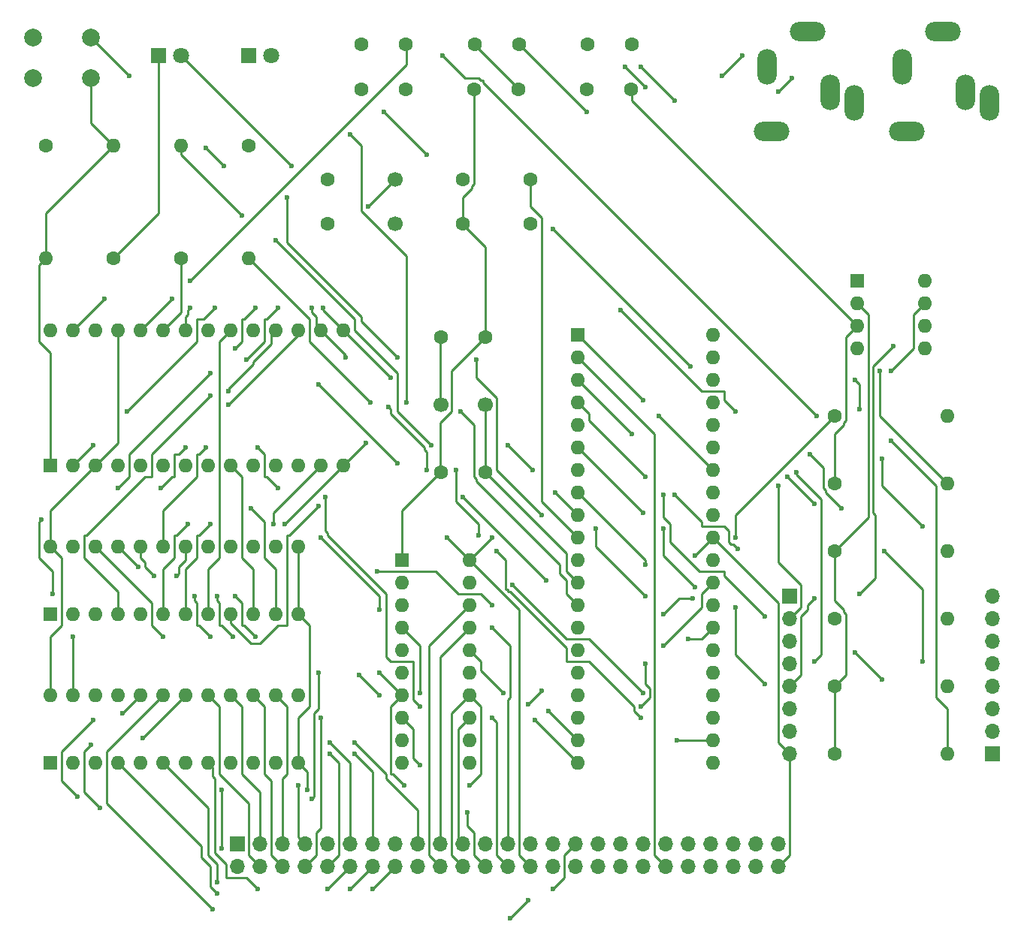
<source format=gtl>
G04 #@! TF.FileFunction,Copper,L1,Top,Signal*
%FSLAX46Y46*%
G04 Gerber Fmt 4.6, Leading zero omitted, Abs format (unit mm)*
G04 Created by KiCad (PCBNEW 4.0.7) date 05/26/18 22:05:49*
%MOMM*%
%LPD*%
G01*
G04 APERTURE LIST*
%ADD10C,0.100000*%
%ADD11C,1.600000*%
%ADD12R,1.700000X1.700000*%
%ADD13O,1.700000X1.700000*%
%ADD14R,1.800000X1.800000*%
%ADD15C,1.800000*%
%ADD16C,1.700000*%
%ADD17O,1.600000X1.600000*%
%ADD18C,2.000000*%
%ADD19R,1.600000X1.600000*%
%ADD20O,2.200000X4.000000*%
%ADD21O,4.000000X2.200000*%
%ADD22C,0.600000*%
%ADD23C,0.250000*%
G04 APERTURE END LIST*
D10*
D11*
X105410000Y-77470000D03*
X100410000Y-77470000D03*
X105410000Y-92710000D03*
X100410000Y-92710000D03*
X110490000Y-59690000D03*
X110490000Y-64690000D03*
X104140000Y-49530000D03*
X109140000Y-49530000D03*
X109220000Y-44450000D03*
X104220000Y-44450000D03*
X91440000Y-49530000D03*
X96440000Y-49530000D03*
X121920000Y-44450000D03*
X116920000Y-44450000D03*
X116840000Y-49530000D03*
X121840000Y-49530000D03*
X91440000Y-44450000D03*
X96440000Y-44450000D03*
X87630000Y-59690000D03*
X87630000Y-64690000D03*
X102870000Y-59690000D03*
X102870000Y-64690000D03*
D12*
X77470000Y-134620000D03*
D13*
X77470000Y-137160000D03*
X80010000Y-134620000D03*
X80010000Y-137160000D03*
X82550000Y-134620000D03*
X82550000Y-137160000D03*
X85090000Y-134620000D03*
X85090000Y-137160000D03*
X87630000Y-134620000D03*
X87630000Y-137160000D03*
X90170000Y-134620000D03*
X90170000Y-137160000D03*
X92710000Y-134620000D03*
X92710000Y-137160000D03*
X95250000Y-134620000D03*
X95250000Y-137160000D03*
X97790000Y-134620000D03*
X97790000Y-137160000D03*
X100330000Y-134620000D03*
X100330000Y-137160000D03*
X102870000Y-134620000D03*
X102870000Y-137160000D03*
X105410000Y-134620000D03*
X105410000Y-137160000D03*
X107950000Y-134620000D03*
X107950000Y-137160000D03*
X110490000Y-134620000D03*
X110490000Y-137160000D03*
X113030000Y-134620000D03*
X113030000Y-137160000D03*
X115570000Y-134620000D03*
X115570000Y-137160000D03*
X118110000Y-134620000D03*
X118110000Y-137160000D03*
X120650000Y-134620000D03*
X120650000Y-137160000D03*
X123190000Y-134620000D03*
X123190000Y-137160000D03*
X125730000Y-134620000D03*
X125730000Y-137160000D03*
X128270000Y-134620000D03*
X128270000Y-137160000D03*
X130810000Y-134620000D03*
X130810000Y-137160000D03*
X133350000Y-134620000D03*
X133350000Y-137160000D03*
X135890000Y-134620000D03*
X135890000Y-137160000D03*
X138430000Y-134620000D03*
X138430000Y-137160000D03*
D14*
X68580000Y-45720000D03*
D15*
X71120000Y-45720000D03*
D14*
X78740000Y-45720000D03*
D15*
X81280000Y-45720000D03*
D12*
X139700000Y-106680000D03*
D13*
X139700000Y-109220000D03*
X139700000Y-111760000D03*
X139700000Y-114300000D03*
X139700000Y-116840000D03*
X139700000Y-119380000D03*
X139700000Y-121920000D03*
X139700000Y-124460000D03*
D12*
X162560000Y-124460000D03*
D13*
X162560000Y-121920000D03*
X162560000Y-119380000D03*
X162560000Y-116840000D03*
X162560000Y-114300000D03*
X162560000Y-111760000D03*
X162560000Y-109220000D03*
X162560000Y-106680000D03*
D16*
X105410000Y-85090000D03*
X100410000Y-85090000D03*
X95250000Y-59690000D03*
X95250000Y-64690000D03*
D11*
X71120000Y-68580000D03*
D17*
X71120000Y-55880000D03*
D11*
X63500000Y-68580000D03*
D17*
X63500000Y-55880000D03*
D11*
X55880000Y-55880000D03*
D17*
X55880000Y-68580000D03*
D11*
X78740000Y-55880000D03*
D17*
X78740000Y-68580000D03*
D11*
X144780000Y-116840000D03*
D17*
X157480000Y-116840000D03*
D11*
X144780000Y-124460000D03*
D17*
X157480000Y-124460000D03*
D11*
X144780000Y-93980000D03*
D17*
X157480000Y-93980000D03*
D11*
X144780000Y-86360000D03*
D17*
X157480000Y-86360000D03*
D11*
X144780000Y-109220000D03*
D17*
X157480000Y-109220000D03*
D11*
X144780000Y-101600000D03*
D17*
X157480000Y-101600000D03*
D18*
X60960000Y-43760000D03*
X60960000Y-48260000D03*
X54460000Y-43760000D03*
X54460000Y-48260000D03*
D19*
X56388000Y-125476000D03*
D17*
X84328000Y-117856000D03*
X58928000Y-125476000D03*
X81788000Y-117856000D03*
X61468000Y-125476000D03*
X79248000Y-117856000D03*
X64008000Y-125476000D03*
X76708000Y-117856000D03*
X66548000Y-125476000D03*
X74168000Y-117856000D03*
X69088000Y-125476000D03*
X71628000Y-117856000D03*
X71628000Y-125476000D03*
X69088000Y-117856000D03*
X74168000Y-125476000D03*
X66548000Y-117856000D03*
X76708000Y-125476000D03*
X64008000Y-117856000D03*
X79248000Y-125476000D03*
X61468000Y-117856000D03*
X81788000Y-125476000D03*
X58928000Y-117856000D03*
X84328000Y-125476000D03*
X56388000Y-117856000D03*
D19*
X96012000Y-102616000D03*
D17*
X103632000Y-125476000D03*
X96012000Y-105156000D03*
X103632000Y-122936000D03*
X96012000Y-107696000D03*
X103632000Y-120396000D03*
X96012000Y-110236000D03*
X103632000Y-117856000D03*
X96012000Y-112776000D03*
X103632000Y-115316000D03*
X96012000Y-115316000D03*
X103632000Y-112776000D03*
X96012000Y-117856000D03*
X103632000Y-110236000D03*
X96012000Y-120396000D03*
X103632000Y-107696000D03*
X96012000Y-122936000D03*
X103632000Y-105156000D03*
X96012000Y-125476000D03*
X103632000Y-102616000D03*
D19*
X56388000Y-108712000D03*
D17*
X84328000Y-101092000D03*
X58928000Y-108712000D03*
X81788000Y-101092000D03*
X61468000Y-108712000D03*
X79248000Y-101092000D03*
X64008000Y-108712000D03*
X76708000Y-101092000D03*
X66548000Y-108712000D03*
X74168000Y-101092000D03*
X69088000Y-108712000D03*
X71628000Y-101092000D03*
X71628000Y-108712000D03*
X69088000Y-101092000D03*
X74168000Y-108712000D03*
X66548000Y-101092000D03*
X76708000Y-108712000D03*
X64008000Y-101092000D03*
X79248000Y-108712000D03*
X61468000Y-101092000D03*
X81788000Y-108712000D03*
X58928000Y-101092000D03*
X84328000Y-108712000D03*
X56388000Y-101092000D03*
D19*
X115824000Y-77216000D03*
D17*
X131064000Y-125476000D03*
X115824000Y-79756000D03*
X131064000Y-122936000D03*
X115824000Y-82296000D03*
X131064000Y-120396000D03*
X115824000Y-84836000D03*
X131064000Y-117856000D03*
X115824000Y-87376000D03*
X131064000Y-115316000D03*
X115824000Y-89916000D03*
X131064000Y-112776000D03*
X115824000Y-92456000D03*
X131064000Y-110236000D03*
X115824000Y-94996000D03*
X131064000Y-107696000D03*
X115824000Y-97536000D03*
X131064000Y-105156000D03*
X115824000Y-100076000D03*
X131064000Y-102616000D03*
X115824000Y-102616000D03*
X131064000Y-100076000D03*
X115824000Y-105156000D03*
X131064000Y-97536000D03*
X115824000Y-107696000D03*
X131064000Y-94996000D03*
X115824000Y-110236000D03*
X131064000Y-92456000D03*
X115824000Y-112776000D03*
X131064000Y-89916000D03*
X115824000Y-115316000D03*
X131064000Y-87376000D03*
X115824000Y-117856000D03*
X131064000Y-84836000D03*
X115824000Y-120396000D03*
X131064000Y-82296000D03*
X115824000Y-122936000D03*
X131064000Y-79756000D03*
X115824000Y-125476000D03*
X131064000Y-77216000D03*
D19*
X147320000Y-71120000D03*
D17*
X154940000Y-78740000D03*
X147320000Y-73660000D03*
X154940000Y-76200000D03*
X147320000Y-76200000D03*
X154940000Y-73660000D03*
X147320000Y-78740000D03*
X154940000Y-71120000D03*
D19*
X56388000Y-91948000D03*
D17*
X89408000Y-76708000D03*
X58928000Y-91948000D03*
X86868000Y-76708000D03*
X61468000Y-91948000D03*
X84328000Y-76708000D03*
X64008000Y-91948000D03*
X81788000Y-76708000D03*
X66548000Y-91948000D03*
X79248000Y-76708000D03*
X69088000Y-91948000D03*
X76708000Y-76708000D03*
X71628000Y-91948000D03*
X74168000Y-76708000D03*
X74168000Y-91948000D03*
X71628000Y-76708000D03*
X76708000Y-91948000D03*
X69088000Y-76708000D03*
X79248000Y-91948000D03*
X66548000Y-76708000D03*
X81788000Y-91948000D03*
X64008000Y-76708000D03*
X84328000Y-91948000D03*
X61468000Y-76708000D03*
X86868000Y-91948000D03*
X58928000Y-76708000D03*
X89408000Y-91948000D03*
X56388000Y-76708000D03*
D20*
X137160000Y-46990000D03*
D21*
X137660000Y-54290000D03*
D20*
X144260000Y-49890000D03*
X146960000Y-51090000D03*
D21*
X141760000Y-43090000D03*
D20*
X152400000Y-46990000D03*
D21*
X152900000Y-54290000D03*
D20*
X159500000Y-49890000D03*
X162200000Y-51090000D03*
D21*
X157000000Y-43090000D03*
D22*
X149860000Y-81280000D03*
X72136000Y-74168000D03*
X134366000Y-45720000D03*
X132080000Y-48006000D03*
X85344000Y-128524000D03*
X129032000Y-102108000D03*
X102616000Y-85852000D03*
X147066000Y-113030000D03*
X150114000Y-116078000D03*
X133604000Y-100076000D03*
X101092000Y-100076000D03*
X151130000Y-81280000D03*
X106172000Y-100076000D03*
X84328000Y-128016000D03*
X86868000Y-120396000D03*
X75692000Y-128524000D03*
X75692000Y-135128000D03*
X87884000Y-124460000D03*
X87884000Y-123190000D03*
X79756000Y-139700000D03*
X87630000Y-139700000D03*
X90678000Y-124460000D03*
X75184000Y-138938000D03*
X90170000Y-139700000D03*
X75184000Y-140208000D03*
X92710000Y-139700000D03*
X90678000Y-123190000D03*
X86868000Y-100076000D03*
X93472000Y-108204000D03*
X98044000Y-119126000D03*
X87376000Y-95504000D03*
X82042000Y-94488000D03*
X79756000Y-89916000D03*
X73914000Y-89916000D03*
X103632000Y-128016000D03*
X85852000Y-129540000D03*
X86614000Y-115316000D03*
X76962000Y-111252000D03*
X75184000Y-106680000D03*
X70612000Y-104394000D03*
X93472000Y-115316000D03*
X79502000Y-111252000D03*
X77216000Y-106680000D03*
X66294000Y-103378000D03*
X96266000Y-128016000D03*
X93472000Y-117856000D03*
X91186000Y-115570000D03*
X74422000Y-111252000D03*
X72644000Y-106680000D03*
X68072000Y-104394000D03*
X103378000Y-131064000D03*
X98044000Y-125730000D03*
X106172000Y-110236000D03*
X98044000Y-117602000D03*
X106172000Y-120396000D03*
X69088000Y-111252000D03*
X113030000Y-139700000D03*
X74676000Y-141986000D03*
X110236000Y-140970000D03*
X108204000Y-143002000D03*
X61976000Y-130556000D03*
X60960000Y-123444000D03*
X66802000Y-122682000D03*
X59436000Y-129286000D03*
X61214000Y-120650000D03*
X64516000Y-119888000D03*
X142494000Y-114046000D03*
X140462000Y-92710000D03*
X133604000Y-85852000D03*
X120650000Y-74422000D03*
X83566000Y-58166000D03*
X90170000Y-54610000D03*
X96520000Y-84836000D03*
X94488000Y-85344000D03*
X98806000Y-92456000D03*
X102108000Y-92456000D03*
X104648000Y-99822000D03*
X106680000Y-101600000D03*
X122936000Y-120396000D03*
X127000000Y-122936000D03*
X138430000Y-94234000D03*
X121920000Y-88392000D03*
X136906000Y-108966000D03*
X125476000Y-95250000D03*
X123444000Y-93218000D03*
X123444000Y-103124000D03*
X126746000Y-95250000D03*
X133858000Y-101346000D03*
X142494000Y-106934000D03*
X136906000Y-116586000D03*
X133604000Y-107950000D03*
X129032000Y-105664000D03*
X125476000Y-99060000D03*
X123190000Y-97282000D03*
X123190000Y-84582000D03*
X139446000Y-93218000D03*
X142494000Y-96266000D03*
X113284000Y-94996000D03*
X110744000Y-92456000D03*
X107950000Y-89662000D03*
X99314000Y-89662000D03*
X81788000Y-66548000D03*
X77978000Y-63754000D03*
X122936000Y-119126000D03*
X123444000Y-114300000D03*
X125476000Y-112268000D03*
X58928000Y-111252000D03*
X112522000Y-119634000D03*
X110998000Y-120650000D03*
X107442000Y-117602000D03*
X108458000Y-105410000D03*
X123190000Y-117602000D03*
X87122000Y-74168000D03*
X79502000Y-74168000D03*
X77216000Y-78740000D03*
X74422000Y-81534000D03*
X64008000Y-94488000D03*
X94742000Y-82042000D03*
X86614000Y-96520000D03*
X85852000Y-74168000D03*
X82042000Y-74168000D03*
X78486000Y-80010000D03*
X74422000Y-84074000D03*
X89662000Y-79756000D03*
X124968000Y-86360000D03*
X68834000Y-94488000D03*
X71628000Y-89916000D03*
X76454000Y-85090000D03*
X81534000Y-98552000D03*
X74422000Y-98552000D03*
X76454000Y-83566000D03*
X55372000Y-98044000D03*
X56642000Y-106426000D03*
X82804000Y-98552000D03*
X71882000Y-98552000D03*
X91948000Y-89408000D03*
X128778000Y-106934000D03*
X125476000Y-108712000D03*
X123444000Y-106680000D03*
X117856000Y-99060000D03*
X111760000Y-97536000D03*
X104394000Y-80010000D03*
X95504000Y-79756000D03*
X83058000Y-61722000D03*
X75946000Y-58166000D03*
X73914000Y-56134000D03*
X65278000Y-48006000D03*
X111760000Y-117348000D03*
X110236000Y-118872000D03*
X92456000Y-84836000D03*
X116840000Y-52070000D03*
X147066000Y-82296000D03*
X147574000Y-85598000D03*
X151130000Y-89154000D03*
X93980000Y-52070000D03*
X98806000Y-56896000D03*
X113030000Y-65278000D03*
X128524000Y-80772000D03*
X141986000Y-90678000D03*
X145542000Y-96774000D03*
X150368000Y-101600000D03*
X154686000Y-114046000D03*
X121158000Y-46990000D03*
X123444000Y-49276000D03*
X138430000Y-49784000D03*
X139954000Y-48260000D03*
X126746000Y-50800000D03*
X122936000Y-46990000D03*
X147574000Y-106426000D03*
X151384000Y-78486000D03*
X154686000Y-98806000D03*
X150114000Y-91186000D03*
X142748000Y-86360000D03*
X100584000Y-45720000D03*
X70104000Y-73152000D03*
X72136000Y-71120000D03*
X62484000Y-73152000D03*
X92202000Y-62738000D03*
X93218000Y-103886000D03*
X106172000Y-107696000D03*
X78994000Y-96774000D03*
X61214000Y-89662000D03*
X65024000Y-85852000D03*
X74930000Y-74168000D03*
X86614000Y-82804000D03*
X95504000Y-91694000D03*
X102870000Y-95504000D03*
X112268000Y-104902000D03*
X128270000Y-111506000D03*
D23*
X157480000Y-93980000D02*
X149860000Y-86360000D01*
X149860000Y-86360000D02*
X149860000Y-81280000D01*
X131064000Y-100076000D02*
X138430000Y-107442000D01*
X138430000Y-107442000D02*
X138430000Y-123190000D01*
X138430000Y-123190000D02*
X139700000Y-124460000D01*
X72136000Y-74168000D02*
X71882000Y-74422000D01*
X71882000Y-74422000D02*
X71882000Y-74930000D01*
X71882000Y-74930000D02*
X71628000Y-75184000D01*
X71628000Y-75184000D02*
X71628000Y-76708000D01*
X134366000Y-45720000D02*
X132080000Y-48006000D01*
X63500000Y-55880000D02*
X55880000Y-63500000D01*
X55880000Y-63500000D02*
X55880000Y-68580000D01*
X84328000Y-125476000D02*
X85344000Y-126492000D01*
X85344000Y-126492000D02*
X85344000Y-128524000D01*
X105410000Y-77470000D02*
X101600000Y-81280000D01*
X101600000Y-81280000D02*
X101600000Y-85852000D01*
X101600000Y-85852000D02*
X100330000Y-87122000D01*
X100330000Y-87122000D02*
X100330000Y-92710000D01*
X100330000Y-92710000D02*
X100410000Y-92710000D01*
X100410000Y-92710000D02*
X100330000Y-92710000D01*
X100330000Y-92710000D02*
X96012000Y-97028000D01*
X96012000Y-97028000D02*
X96012000Y-102616000D01*
X55880000Y-68580000D02*
X55118000Y-69342000D01*
X55118000Y-69342000D02*
X55118000Y-77978000D01*
X55118000Y-77978000D02*
X56388000Y-79248000D01*
X56388000Y-79248000D02*
X56388000Y-91948000D01*
X129032000Y-102108000D02*
X131064000Y-100076000D01*
X102870000Y-64690000D02*
X102870000Y-64770000D01*
X102870000Y-64770000D02*
X105410000Y-67310000D01*
X105410000Y-67310000D02*
X105410000Y-77470000D01*
X104140000Y-49530000D02*
X104140000Y-60198000D01*
X104140000Y-60198000D02*
X103886000Y-60452000D01*
X103886000Y-60452000D02*
X103886000Y-60706000D01*
X103886000Y-60706000D02*
X102870000Y-61722000D01*
X102870000Y-61722000D02*
X102870000Y-64690000D01*
X63500000Y-55880000D02*
X60960000Y-53340000D01*
X60960000Y-53340000D02*
X60960000Y-48260000D01*
X84328000Y-108712000D02*
X85598000Y-109982000D01*
X85598000Y-109982000D02*
X85598000Y-119126000D01*
X85598000Y-119126000D02*
X84328000Y-120396000D01*
X84328000Y-120396000D02*
X84328000Y-125476000D01*
X139700000Y-124460000D02*
X139700000Y-135890000D01*
X139700000Y-135890000D02*
X138430000Y-137160000D01*
X84328000Y-101092000D02*
X84328000Y-108712000D01*
X102616000Y-85852000D02*
X104140000Y-87376000D01*
X104140000Y-87376000D02*
X104140000Y-93218000D01*
X104140000Y-93218000D02*
X104394000Y-93472000D01*
X104394000Y-93472000D02*
X104394000Y-93726000D01*
X104394000Y-93726000D02*
X113792000Y-103124000D01*
X113792000Y-103124000D02*
X113792000Y-104140000D01*
X113792000Y-104140000D02*
X114554000Y-104902000D01*
X114554000Y-104902000D02*
X114554000Y-106426000D01*
X114554000Y-106426000D02*
X115824000Y-107696000D01*
X100410000Y-77470000D02*
X100330000Y-77470000D01*
X100330000Y-77470000D02*
X100330000Y-85090000D01*
X100330000Y-85090000D02*
X100410000Y-85090000D01*
X105410000Y-92710000D02*
X114554000Y-101854000D01*
X114554000Y-101854000D02*
X114554000Y-103886000D01*
X114554000Y-103886000D02*
X115824000Y-105156000D01*
X105410000Y-85090000D02*
X105410000Y-92710000D01*
X147066000Y-113030000D02*
X150114000Y-116078000D01*
X144780000Y-86360000D02*
X133604000Y-97536000D01*
X133604000Y-97536000D02*
X133604000Y-100076000D01*
X103632000Y-102616000D02*
X101092000Y-100076000D01*
X151130000Y-81280000D02*
X153670000Y-78740000D01*
X153670000Y-78740000D02*
X153670000Y-74930000D01*
X153670000Y-74930000D02*
X154940000Y-73660000D01*
X115824000Y-100076000D02*
X111760000Y-96012000D01*
X111760000Y-96012000D02*
X111760000Y-64008000D01*
X111760000Y-64008000D02*
X110490000Y-62738000D01*
X110490000Y-62738000D02*
X110490000Y-59690000D01*
X103632000Y-102616000D02*
X109220000Y-108204000D01*
X109220000Y-108204000D02*
X109220000Y-135890000D01*
X109220000Y-135890000D02*
X110490000Y-137160000D01*
X61468000Y-91948000D02*
X56388000Y-97028000D01*
X56388000Y-97028000D02*
X56388000Y-101092000D01*
X61468000Y-91948000D02*
X64008000Y-89408000D01*
X64008000Y-89408000D02*
X64008000Y-76708000D01*
X106172000Y-100076000D02*
X103632000Y-102616000D01*
X56388000Y-101092000D02*
X57658000Y-102362000D01*
X57658000Y-102362000D02*
X57658000Y-109982000D01*
X57658000Y-109982000D02*
X56388000Y-111252000D01*
X56388000Y-111252000D02*
X56388000Y-117856000D01*
X69088000Y-76708000D02*
X71120000Y-74676000D01*
X71120000Y-74676000D02*
X71120000Y-68580000D01*
X76708000Y-117856000D02*
X77978000Y-119126000D01*
X77978000Y-119126000D02*
X77978000Y-126746000D01*
X77978000Y-126746000D02*
X80010000Y-128778000D01*
X80010000Y-128778000D02*
X80010000Y-134620000D01*
X74168000Y-117856000D02*
X75438000Y-119126000D01*
X75438000Y-119126000D02*
X75438000Y-126746000D01*
X75438000Y-126746000D02*
X78740000Y-130048000D01*
X78740000Y-130048000D02*
X78740000Y-135890000D01*
X78740000Y-135890000D02*
X80010000Y-137160000D01*
X81788000Y-117856000D02*
X83058000Y-119126000D01*
X83058000Y-119126000D02*
X83058000Y-126746000D01*
X83058000Y-126746000D02*
X82550000Y-127254000D01*
X82550000Y-127254000D02*
X82550000Y-134620000D01*
X79248000Y-117856000D02*
X80518000Y-119126000D01*
X80518000Y-119126000D02*
X80518000Y-126746000D01*
X80518000Y-126746000D02*
X81280000Y-127508000D01*
X81280000Y-127508000D02*
X81280000Y-135890000D01*
X81280000Y-135890000D02*
X82550000Y-137160000D01*
X85090000Y-134620000D02*
X84328000Y-133858000D01*
X84328000Y-133858000D02*
X84328000Y-128016000D01*
X85090000Y-137160000D02*
X86360000Y-135890000D01*
X86360000Y-135890000D02*
X86360000Y-133350000D01*
X86360000Y-133350000D02*
X86868000Y-132842000D01*
X86868000Y-132842000D02*
X86868000Y-120396000D01*
X75692000Y-128524000D02*
X75692000Y-135128000D01*
X87884000Y-124460000D02*
X88900000Y-125476000D01*
X88900000Y-125476000D02*
X88900000Y-135890000D01*
X88900000Y-135890000D02*
X87630000Y-137160000D01*
X87884000Y-123190000D02*
X90170000Y-125476000D01*
X90170000Y-125476000D02*
X90170000Y-134620000D01*
X74168000Y-125476000D02*
X74676000Y-125984000D01*
X74676000Y-125984000D02*
X74676000Y-127000000D01*
X74676000Y-127000000D02*
X74930000Y-127254000D01*
X74930000Y-127254000D02*
X74930000Y-135636000D01*
X74930000Y-135636000D02*
X76200000Y-136906000D01*
X76200000Y-136906000D02*
X76200000Y-138430000D01*
X76200000Y-138430000D02*
X78486000Y-138430000D01*
X78486000Y-138430000D02*
X79756000Y-139700000D01*
X87630000Y-139700000D02*
X90170000Y-137160000D01*
X90678000Y-124460000D02*
X92710000Y-126492000D01*
X92710000Y-126492000D02*
X92710000Y-134620000D01*
X69088000Y-125476000D02*
X74168000Y-130556000D01*
X74168000Y-130556000D02*
X74168000Y-135890000D01*
X74168000Y-135890000D02*
X75184000Y-136906000D01*
X75184000Y-136906000D02*
X75184000Y-138938000D01*
X90170000Y-139700000D02*
X92710000Y-137160000D01*
X64008000Y-125476000D02*
X73406000Y-134874000D01*
X73406000Y-134874000D02*
X73406000Y-136144000D01*
X73406000Y-136144000D02*
X74422000Y-137160000D01*
X74422000Y-137160000D02*
X74422000Y-139446000D01*
X74422000Y-139446000D02*
X75184000Y-140208000D01*
X92710000Y-139700000D02*
X95250000Y-137160000D01*
X90678000Y-123190000D02*
X94234000Y-126746000D01*
X94234000Y-126746000D02*
X94234000Y-127254000D01*
X94234000Y-127254000D02*
X97790000Y-130810000D01*
X97790000Y-130810000D02*
X97790000Y-134620000D01*
X86868000Y-100076000D02*
X93472000Y-106680000D01*
X93472000Y-106680000D02*
X93472000Y-108204000D01*
X103632000Y-110236000D02*
X100330000Y-113538000D01*
X100330000Y-113538000D02*
X100330000Y-134620000D01*
X103632000Y-107696000D02*
X99060000Y-112268000D01*
X99060000Y-112268000D02*
X99060000Y-135890000D01*
X99060000Y-135890000D02*
X100330000Y-137160000D01*
X98044000Y-119126000D02*
X97282000Y-118364000D01*
X97282000Y-118364000D02*
X97282000Y-114046000D01*
X97282000Y-114046000D02*
X94742000Y-114046000D01*
X94742000Y-114046000D02*
X94234000Y-113538000D01*
X94234000Y-113538000D02*
X94234000Y-106426000D01*
X94234000Y-106426000D02*
X87630000Y-99822000D01*
X87630000Y-99822000D02*
X87630000Y-99568000D01*
X87630000Y-99568000D02*
X87376000Y-99314000D01*
X87376000Y-99314000D02*
X87376000Y-95504000D01*
X82042000Y-94488000D02*
X80772000Y-93218000D01*
X80772000Y-93218000D02*
X80518000Y-93218000D01*
X80518000Y-93218000D02*
X80518000Y-90678000D01*
X80518000Y-90678000D02*
X79756000Y-89916000D01*
X73914000Y-89916000D02*
X73152000Y-90678000D01*
X73152000Y-90678000D02*
X72898000Y-90678000D01*
X72898000Y-90678000D02*
X72898000Y-93218000D01*
X72898000Y-93218000D02*
X69088000Y-97028000D01*
X69088000Y-97028000D02*
X69088000Y-101092000D01*
X102870000Y-134620000D02*
X102362000Y-134112000D01*
X102362000Y-134112000D02*
X102362000Y-121666000D01*
X102362000Y-121666000D02*
X103632000Y-120396000D01*
X103632000Y-117856000D02*
X104902000Y-119126000D01*
X104902000Y-119126000D02*
X104902000Y-126746000D01*
X104902000Y-126746000D02*
X103632000Y-128016000D01*
X85852000Y-129540000D02*
X86106000Y-129286000D01*
X86106000Y-129286000D02*
X86106000Y-119888000D01*
X86106000Y-119888000D02*
X86614000Y-119380000D01*
X86614000Y-119380000D02*
X86614000Y-115316000D01*
X76962000Y-111252000D02*
X75692000Y-109982000D01*
X75692000Y-109982000D02*
X75438000Y-109982000D01*
X75438000Y-109982000D02*
X75438000Y-107442000D01*
X75438000Y-107442000D02*
X75184000Y-107188000D01*
X75184000Y-107188000D02*
X75184000Y-106680000D01*
X70612000Y-104394000D02*
X70866000Y-104140000D01*
X70866000Y-104140000D02*
X70866000Y-103378000D01*
X70866000Y-103378000D02*
X71628000Y-102616000D01*
X71628000Y-102616000D02*
X71628000Y-101092000D01*
X103632000Y-117856000D02*
X101600000Y-119888000D01*
X101600000Y-119888000D02*
X101600000Y-135890000D01*
X101600000Y-135890000D02*
X102870000Y-137160000D01*
X96012000Y-117856000D02*
X93472000Y-115316000D01*
X79502000Y-111252000D02*
X78232000Y-109982000D01*
X78232000Y-109982000D02*
X77978000Y-109982000D01*
X77978000Y-109982000D02*
X77978000Y-107442000D01*
X77978000Y-107442000D02*
X77216000Y-106680000D01*
X66294000Y-103378000D02*
X64008000Y-101092000D01*
X96266000Y-128016000D02*
X94996000Y-126746000D01*
X94996000Y-126746000D02*
X94742000Y-126746000D01*
X94742000Y-126746000D02*
X94742000Y-119126000D01*
X94742000Y-119126000D02*
X96012000Y-117856000D01*
X93472000Y-117856000D02*
X91186000Y-115570000D01*
X74422000Y-111252000D02*
X73152000Y-109982000D01*
X73152000Y-109982000D02*
X72898000Y-109982000D01*
X72898000Y-109982000D02*
X72898000Y-107442000D01*
X72898000Y-107442000D02*
X72644000Y-107188000D01*
X72644000Y-107188000D02*
X72644000Y-106680000D01*
X68072000Y-104394000D02*
X67056000Y-103378000D01*
X67056000Y-103378000D02*
X67056000Y-102870000D01*
X67056000Y-102870000D02*
X66548000Y-102362000D01*
X66548000Y-102362000D02*
X66548000Y-101092000D01*
X105410000Y-137160000D02*
X104140000Y-135890000D01*
X104140000Y-135890000D02*
X104140000Y-133350000D01*
X104140000Y-133350000D02*
X103378000Y-132588000D01*
X103378000Y-132588000D02*
X103378000Y-131064000D01*
X98044000Y-125730000D02*
X97282000Y-124968000D01*
X97282000Y-124968000D02*
X97282000Y-121666000D01*
X97282000Y-121666000D02*
X96012000Y-120396000D01*
X106172000Y-110236000D02*
X108204000Y-112268000D01*
X108204000Y-112268000D02*
X108204000Y-118110000D01*
X108204000Y-118110000D02*
X107950000Y-118364000D01*
X107950000Y-118364000D02*
X107950000Y-134620000D01*
X96012000Y-110236000D02*
X98044000Y-112268000D01*
X98044000Y-112268000D02*
X98044000Y-117602000D01*
X106172000Y-120396000D02*
X106680000Y-120904000D01*
X106680000Y-120904000D02*
X106680000Y-135890000D01*
X106680000Y-135890000D02*
X107950000Y-137160000D01*
X61468000Y-101092000D02*
X67818000Y-107442000D01*
X67818000Y-107442000D02*
X67818000Y-109982000D01*
X67818000Y-109982000D02*
X69088000Y-111252000D01*
X115570000Y-134620000D02*
X114300000Y-135890000D01*
X114300000Y-135890000D02*
X114300000Y-138430000D01*
X114300000Y-138430000D02*
X113030000Y-139700000D01*
X74676000Y-141986000D02*
X62738000Y-130048000D01*
X62738000Y-130048000D02*
X62738000Y-124206000D01*
X62738000Y-124206000D02*
X69088000Y-117856000D01*
X110236000Y-140970000D02*
X108204000Y-143002000D01*
X61976000Y-130556000D02*
X60198000Y-128778000D01*
X60198000Y-128778000D02*
X60198000Y-124206000D01*
X60198000Y-124206000D02*
X60960000Y-123444000D01*
X66802000Y-122682000D02*
X71628000Y-117856000D01*
X59436000Y-129286000D02*
X57658000Y-127508000D01*
X57658000Y-127508000D02*
X57658000Y-124206000D01*
X57658000Y-124206000D02*
X61214000Y-120650000D01*
X64516000Y-119888000D02*
X66548000Y-117856000D01*
X115824000Y-79756000D02*
X124460000Y-88392000D01*
X124460000Y-88392000D02*
X124460000Y-135890000D01*
X124460000Y-135890000D02*
X125730000Y-137160000D01*
X63500000Y-68580000D02*
X68580000Y-63500000D01*
X68580000Y-63500000D02*
X68580000Y-45720000D01*
X142494000Y-114046000D02*
X143256000Y-113284000D01*
X143256000Y-113284000D02*
X143256000Y-95758000D01*
X143256000Y-95758000D02*
X140462000Y-92964000D01*
X140462000Y-92964000D02*
X140462000Y-92710000D01*
X133604000Y-85852000D02*
X132334000Y-84582000D01*
X132334000Y-84582000D02*
X132334000Y-83566000D01*
X132334000Y-83566000D02*
X129794000Y-83566000D01*
X129794000Y-83566000D02*
X120650000Y-74422000D01*
X83566000Y-58166000D02*
X71120000Y-45720000D01*
X90170000Y-54610000D02*
X91440000Y-55880000D01*
X91440000Y-55880000D02*
X91440000Y-63246000D01*
X91440000Y-63246000D02*
X96520000Y-68326000D01*
X96520000Y-68326000D02*
X96520000Y-84836000D01*
X94488000Y-85344000D02*
X94742000Y-85598000D01*
X94742000Y-85598000D02*
X94742000Y-86106000D01*
X94742000Y-86106000D02*
X98552000Y-89916000D01*
X98552000Y-89916000D02*
X98552000Y-90170000D01*
X98552000Y-90170000D02*
X98806000Y-90424000D01*
X98806000Y-90424000D02*
X98806000Y-92456000D01*
X102108000Y-92456000D02*
X102108000Y-96012000D01*
X102108000Y-96012000D02*
X104648000Y-98552000D01*
X104648000Y-98552000D02*
X104648000Y-99822000D01*
X106680000Y-101600000D02*
X107696000Y-102616000D01*
X107696000Y-102616000D02*
X107696000Y-105918000D01*
X107696000Y-105918000D02*
X107950000Y-105918000D01*
X107950000Y-105918000D02*
X107950000Y-106172000D01*
X107950000Y-106172000D02*
X108204000Y-106172000D01*
X108204000Y-106172000D02*
X114554000Y-112522000D01*
X114554000Y-112522000D02*
X114554000Y-114046000D01*
X114554000Y-114046000D02*
X117094000Y-114046000D01*
X117094000Y-114046000D02*
X122174000Y-119126000D01*
X122174000Y-119126000D02*
X122174000Y-119634000D01*
X122174000Y-119634000D02*
X122936000Y-120396000D01*
X127000000Y-122936000D02*
X131064000Y-122936000D01*
X139700000Y-109220000D02*
X140970000Y-107950000D01*
X140970000Y-107950000D02*
X140970000Y-105410000D01*
X140970000Y-105410000D02*
X138430000Y-102870000D01*
X138430000Y-102870000D02*
X138430000Y-94234000D01*
X121920000Y-88392000D02*
X115824000Y-82296000D01*
X136906000Y-108966000D02*
X132334000Y-104394000D01*
X132334000Y-104394000D02*
X132334000Y-103886000D01*
X132334000Y-103886000D02*
X129540000Y-103886000D01*
X129540000Y-103886000D02*
X126238000Y-100584000D01*
X126238000Y-100584000D02*
X126238000Y-98552000D01*
X126238000Y-98552000D02*
X125476000Y-97790000D01*
X125476000Y-97790000D02*
X125476000Y-95250000D01*
X123444000Y-93218000D02*
X117094000Y-86868000D01*
X117094000Y-86868000D02*
X117094000Y-86106000D01*
X117094000Y-86106000D02*
X115824000Y-84836000D01*
X115824000Y-94996000D02*
X123444000Y-102616000D01*
X123444000Y-102616000D02*
X123444000Y-103124000D01*
X126746000Y-95250000D02*
X129794000Y-98298000D01*
X129794000Y-98298000D02*
X129794000Y-98806000D01*
X129794000Y-98806000D02*
X132334000Y-98806000D01*
X132334000Y-98806000D02*
X132842000Y-99314000D01*
X132842000Y-99314000D02*
X132842000Y-100584000D01*
X132842000Y-100584000D02*
X133096000Y-100838000D01*
X133096000Y-100838000D02*
X133350000Y-100838000D01*
X133350000Y-100838000D02*
X133858000Y-101346000D01*
X142494000Y-106934000D02*
X141732000Y-107696000D01*
X141732000Y-107696000D02*
X141732000Y-108204000D01*
X141732000Y-108204000D02*
X140970000Y-108966000D01*
X140970000Y-108966000D02*
X140970000Y-115570000D01*
X140970000Y-115570000D02*
X139700000Y-116840000D01*
X136906000Y-116586000D02*
X133604000Y-113284000D01*
X133604000Y-113284000D02*
X133604000Y-107950000D01*
X129032000Y-105664000D02*
X125476000Y-102108000D01*
X125476000Y-102108000D02*
X125476000Y-99060000D01*
X123190000Y-97282000D02*
X115824000Y-89916000D01*
X115824000Y-77216000D02*
X123190000Y-84582000D01*
X139446000Y-93218000D02*
X142494000Y-96266000D01*
X115824000Y-97536000D02*
X113284000Y-94996000D01*
X110744000Y-92456000D02*
X107950000Y-89662000D01*
X99314000Y-89662000D02*
X95504000Y-85852000D01*
X95504000Y-85852000D02*
X95504000Y-81534000D01*
X95504000Y-81534000D02*
X90678000Y-76708000D01*
X90678000Y-76708000D02*
X90678000Y-75438000D01*
X90678000Y-75438000D02*
X81788000Y-66548000D01*
X77978000Y-63754000D02*
X71120000Y-56896000D01*
X71120000Y-56896000D02*
X71120000Y-55880000D01*
X122936000Y-119126000D02*
X123952000Y-118110000D01*
X123952000Y-118110000D02*
X123952000Y-117094000D01*
X123952000Y-117094000D02*
X123444000Y-116586000D01*
X123444000Y-116586000D02*
X123444000Y-114300000D01*
X125476000Y-112268000D02*
X129794000Y-107950000D01*
X129794000Y-107950000D02*
X129794000Y-106426000D01*
X129794000Y-106426000D02*
X131064000Y-105156000D01*
X58928000Y-111252000D02*
X58928000Y-117856000D01*
X115824000Y-122936000D02*
X112522000Y-119634000D01*
X115824000Y-125476000D02*
X110998000Y-120650000D01*
X107442000Y-117602000D02*
X104902000Y-115062000D01*
X104902000Y-115062000D02*
X104902000Y-114046000D01*
X104902000Y-114046000D02*
X103632000Y-112776000D01*
X108458000Y-105410000D02*
X114554000Y-111506000D01*
X114554000Y-111506000D02*
X117094000Y-111506000D01*
X117094000Y-111506000D02*
X123190000Y-117602000D01*
X89408000Y-76708000D02*
X87122000Y-74422000D01*
X87122000Y-74422000D02*
X87122000Y-74168000D01*
X79502000Y-74168000D02*
X78232000Y-75438000D01*
X78232000Y-75438000D02*
X77978000Y-75438000D01*
X77978000Y-75438000D02*
X77978000Y-77978000D01*
X77978000Y-77978000D02*
X77216000Y-78740000D01*
X74422000Y-81534000D02*
X65278000Y-90678000D01*
X65278000Y-90678000D02*
X65278000Y-93218000D01*
X65278000Y-93218000D02*
X64008000Y-94488000D01*
X94742000Y-82042000D02*
X89408000Y-76708000D01*
X86614000Y-96520000D02*
X83312000Y-99822000D01*
X83312000Y-99822000D02*
X83058000Y-99822000D01*
X83058000Y-99822000D02*
X83058000Y-109982000D01*
X83058000Y-109982000D02*
X82042000Y-109982000D01*
X82042000Y-109982000D02*
X80010000Y-112014000D01*
X80010000Y-112014000D02*
X78994000Y-112014000D01*
X78994000Y-112014000D02*
X76708000Y-109728000D01*
X76708000Y-109728000D02*
X76708000Y-108712000D01*
X86868000Y-76708000D02*
X86360000Y-76200000D01*
X86360000Y-76200000D02*
X86360000Y-75184000D01*
X86360000Y-75184000D02*
X85852000Y-74676000D01*
X85852000Y-74676000D02*
X85852000Y-74168000D01*
X82042000Y-74168000D02*
X80772000Y-75438000D01*
X80772000Y-75438000D02*
X80518000Y-75438000D01*
X80518000Y-75438000D02*
X80518000Y-77978000D01*
X80518000Y-77978000D02*
X78486000Y-80010000D01*
X74422000Y-84074000D02*
X67818000Y-90678000D01*
X67818000Y-90678000D02*
X67818000Y-93218000D01*
X67818000Y-93218000D02*
X67056000Y-93218000D01*
X67056000Y-93218000D02*
X60452000Y-99822000D01*
X60452000Y-99822000D02*
X60198000Y-99822000D01*
X60198000Y-99822000D02*
X60198000Y-102362000D01*
X60198000Y-102362000D02*
X64008000Y-106172000D01*
X64008000Y-106172000D02*
X64008000Y-108712000D01*
X86868000Y-76708000D02*
X89662000Y-79502000D01*
X89662000Y-79502000D02*
X89662000Y-79756000D01*
X124968000Y-86360000D02*
X131064000Y-92456000D01*
X76708000Y-76708000D02*
X75438000Y-77978000D01*
X75438000Y-77978000D02*
X75438000Y-102362000D01*
X75438000Y-102362000D02*
X74168000Y-103632000D01*
X74168000Y-103632000D02*
X74168000Y-108712000D01*
X68834000Y-94488000D02*
X70104000Y-93218000D01*
X70104000Y-93218000D02*
X70358000Y-93218000D01*
X70358000Y-93218000D02*
X70358000Y-90678000D01*
X70358000Y-90678000D02*
X70866000Y-90678000D01*
X70866000Y-90678000D02*
X71628000Y-89916000D01*
X76454000Y-85090000D02*
X84328000Y-77216000D01*
X84328000Y-77216000D02*
X84328000Y-76708000D01*
X86868000Y-91948000D02*
X81534000Y-97282000D01*
X81534000Y-97282000D02*
X81534000Y-98552000D01*
X74422000Y-98552000D02*
X73152000Y-99822000D01*
X73152000Y-99822000D02*
X72898000Y-99822000D01*
X72898000Y-99822000D02*
X72898000Y-102362000D01*
X72898000Y-102362000D02*
X71628000Y-103632000D01*
X71628000Y-103632000D02*
X71628000Y-108712000D01*
X81788000Y-76708000D02*
X81280000Y-77216000D01*
X81280000Y-77216000D02*
X81280000Y-78232000D01*
X81280000Y-78232000D02*
X79248000Y-80264000D01*
X79248000Y-80264000D02*
X79248000Y-80518000D01*
X79248000Y-80518000D02*
X76454000Y-83312000D01*
X76454000Y-83312000D02*
X76454000Y-83566000D01*
X55372000Y-98044000D02*
X55118000Y-98298000D01*
X55118000Y-98298000D02*
X55118000Y-102362000D01*
X55118000Y-102362000D02*
X56642000Y-103886000D01*
X56642000Y-103886000D02*
X56642000Y-106426000D01*
X89408000Y-91948000D02*
X82804000Y-98552000D01*
X71882000Y-98552000D02*
X70612000Y-99822000D01*
X70612000Y-99822000D02*
X70358000Y-99822000D01*
X70358000Y-99822000D02*
X70358000Y-102362000D01*
X70358000Y-102362000D02*
X69088000Y-103632000D01*
X69088000Y-103632000D02*
X69088000Y-108712000D01*
X89408000Y-91948000D02*
X91948000Y-89408000D01*
X128778000Y-106934000D02*
X127254000Y-106934000D01*
X127254000Y-106934000D02*
X125476000Y-108712000D01*
X123444000Y-106680000D02*
X117856000Y-101092000D01*
X117856000Y-101092000D02*
X117856000Y-99060000D01*
X111760000Y-97536000D02*
X106680000Y-92456000D01*
X106680000Y-92456000D02*
X106680000Y-84328000D01*
X106680000Y-84328000D02*
X104394000Y-82042000D01*
X104394000Y-82042000D02*
X104394000Y-80010000D01*
X95504000Y-79756000D02*
X91440000Y-75692000D01*
X91440000Y-75692000D02*
X91440000Y-75184000D01*
X91440000Y-75184000D02*
X83058000Y-66802000D01*
X83058000Y-66802000D02*
X83058000Y-61722000D01*
X75946000Y-58166000D02*
X73914000Y-56134000D01*
X65278000Y-48006000D02*
X60960000Y-43688000D01*
X60960000Y-43688000D02*
X60960000Y-43760000D01*
X111760000Y-117348000D02*
X110236000Y-118872000D01*
X78740000Y-68580000D02*
X85598000Y-75438000D01*
X85598000Y-75438000D02*
X85598000Y-77978000D01*
X85598000Y-77978000D02*
X92456000Y-84836000D01*
X104220000Y-44450000D02*
X104140000Y-44450000D01*
X104140000Y-44450000D02*
X109220000Y-49530000D01*
X109220000Y-49530000D02*
X109140000Y-49530000D01*
X109220000Y-44450000D02*
X116840000Y-52070000D01*
X147066000Y-82296000D02*
X147574000Y-82804000D01*
X147574000Y-82804000D02*
X147574000Y-85598000D01*
X151130000Y-89154000D02*
X156210000Y-94234000D01*
X156210000Y-94234000D02*
X156210000Y-118110000D01*
X156210000Y-118110000D02*
X157480000Y-119380000D01*
X157480000Y-119380000D02*
X157480000Y-124460000D01*
X93980000Y-52070000D02*
X98806000Y-56896000D01*
X113030000Y-65278000D02*
X128524000Y-80772000D01*
X141986000Y-90678000D02*
X143510000Y-92202000D01*
X143510000Y-92202000D02*
X143510000Y-94488000D01*
X143510000Y-94488000D02*
X143764000Y-94742000D01*
X143764000Y-94742000D02*
X143764000Y-94996000D01*
X143764000Y-94996000D02*
X145542000Y-96774000D01*
X150368000Y-101600000D02*
X154686000Y-105918000D01*
X154686000Y-105918000D02*
X154686000Y-114046000D01*
X121158000Y-46990000D02*
X123444000Y-49276000D01*
X138430000Y-49784000D02*
X139954000Y-48260000D01*
X126746000Y-50800000D02*
X122936000Y-46990000D01*
X147574000Y-106426000D02*
X149352000Y-104648000D01*
X149352000Y-104648000D02*
X149352000Y-97536000D01*
X149352000Y-97536000D02*
X149098000Y-97282000D01*
X149098000Y-97282000D02*
X149098000Y-80772000D01*
X149098000Y-80772000D02*
X151384000Y-78486000D01*
X147320000Y-76200000D02*
X121920000Y-50800000D01*
X121920000Y-50800000D02*
X121920000Y-49530000D01*
X121920000Y-49530000D02*
X121840000Y-49530000D01*
X147320000Y-76200000D02*
X146050000Y-77470000D01*
X146050000Y-77470000D02*
X146050000Y-86868000D01*
X146050000Y-86868000D02*
X145796000Y-87122000D01*
X145796000Y-87122000D02*
X145796000Y-87376000D01*
X145796000Y-87376000D02*
X144780000Y-88392000D01*
X144780000Y-88392000D02*
X144780000Y-93980000D01*
X154686000Y-98806000D02*
X150114000Y-94234000D01*
X150114000Y-94234000D02*
X150114000Y-91186000D01*
X142748000Y-86360000D02*
X105156000Y-48768000D01*
X105156000Y-48768000D02*
X105156000Y-48514000D01*
X105156000Y-48514000D02*
X104902000Y-48514000D01*
X104902000Y-48514000D02*
X104648000Y-48260000D01*
X104648000Y-48260000D02*
X103124000Y-48260000D01*
X103124000Y-48260000D02*
X100584000Y-45720000D01*
X66548000Y-76708000D02*
X70104000Y-73152000D01*
X72136000Y-71120000D02*
X96520000Y-46736000D01*
X96520000Y-46736000D02*
X96520000Y-44450000D01*
X96520000Y-44450000D02*
X96440000Y-44450000D01*
X58928000Y-76708000D02*
X62484000Y-73152000D01*
X92202000Y-62738000D02*
X95250000Y-59690000D01*
X144780000Y-101600000D02*
X148590000Y-97790000D01*
X148590000Y-97790000D02*
X148590000Y-74930000D01*
X148590000Y-74930000D02*
X147320000Y-73660000D01*
X144780000Y-116840000D02*
X146050000Y-115570000D01*
X146050000Y-115570000D02*
X146050000Y-108712000D01*
X146050000Y-108712000D02*
X145796000Y-108458000D01*
X145796000Y-108458000D02*
X145796000Y-108204000D01*
X145796000Y-108204000D02*
X144780000Y-107188000D01*
X144780000Y-107188000D02*
X144780000Y-101600000D01*
X144780000Y-116840000D02*
X144780000Y-124460000D01*
X93218000Y-103886000D02*
X99822000Y-103886000D01*
X99822000Y-103886000D02*
X102362000Y-106426000D01*
X102362000Y-106426000D02*
X104902000Y-106426000D01*
X104902000Y-106426000D02*
X106172000Y-107696000D01*
X76708000Y-91948000D02*
X77978000Y-93218000D01*
X77978000Y-93218000D02*
X77978000Y-102362000D01*
X77978000Y-102362000D02*
X79248000Y-103632000D01*
X79248000Y-103632000D02*
X79248000Y-108712000D01*
X78994000Y-96774000D02*
X80518000Y-98298000D01*
X80518000Y-98298000D02*
X80518000Y-102362000D01*
X80518000Y-102362000D02*
X81788000Y-103632000D01*
X81788000Y-103632000D02*
X81788000Y-108712000D01*
X58928000Y-91948000D02*
X61214000Y-89662000D01*
X65024000Y-85852000D02*
X72898000Y-77978000D01*
X72898000Y-77978000D02*
X72898000Y-75438000D01*
X72898000Y-75438000D02*
X73660000Y-75438000D01*
X73660000Y-75438000D02*
X74930000Y-74168000D01*
X86614000Y-82804000D02*
X95504000Y-91694000D01*
X102870000Y-95504000D02*
X112268000Y-104902000D01*
X128270000Y-111506000D02*
X129794000Y-111506000D01*
X129794000Y-111506000D02*
X131064000Y-110236000D01*
M02*

</source>
